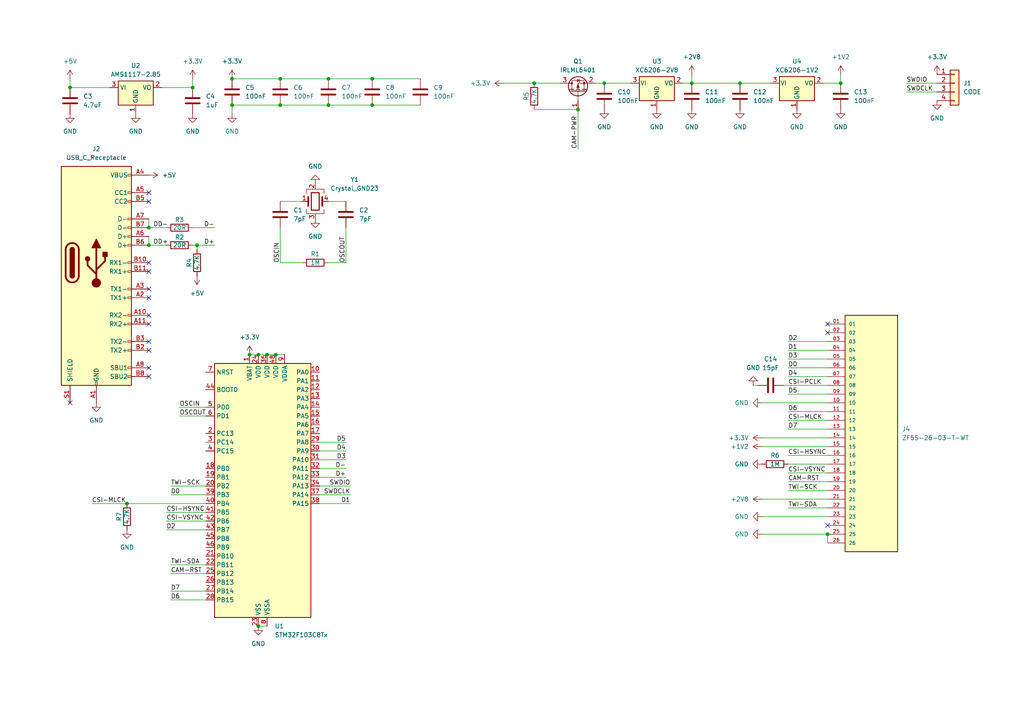
<source format=kicad_sch>
(kicad_sch (version 20231120) (generator "eeschema") (generator_version "8.0")
  (paper "A4")
  (lib_symbols
    (symbol "Connector:USB_C_Receptacle" (pin_names (offset 1.016))
      (property "Reference" "J" (at -10.16 29.21 0))
      (property "Value" "USB_C_Receptacle" (at 10.16 29.21 0))
      (symbol "USB_C_Receptacle_0_0"
        (rectangle (start -0.254 -35.56) (end 0.254 -34.544))
        (rectangle (start 10.16 -32.766) (end 9.144 -33.274))
        (rectangle (start 10.16 -30.226) (end 9.144 -30.734))
        (rectangle (start 10.16 -25.146) (end 9.144 -25.654))
        (rectangle (start 10.16 -22.606) (end 9.144 -23.114))
        (rectangle (start 10.16 -17.526) (end 9.144 -18.034))
        (rectangle (start 10.16 -14.986) (end 9.144 -15.494))
        (rectangle (start 10.16 -9.906) (end 9.144 -10.414))
        (rectangle (start 10.16 -7.366) (end 9.144 -7.874))
        (rectangle (start 10.16 -2.286) (end 9.144 -2.794))
        (rectangle (start 10.16 0.254) (end 9.144 -0.254))
        (rectangle (start 10.16 5.334) (end 9.144 4.826))
        (rectangle (start 10.16 7.874) (end 9.144 7.366))
        (rectangle (start 10.16 10.414) (end 9.144 9.906))
        (rectangle (start 10.16 12.954) (end 9.144 12.446))
        (rectangle (start 10.16 18.034) (end 9.144 17.526))
        (rectangle (start 10.16 20.574) (end 9.144 20.066))
        (rectangle (start 10.16 25.654) (end 9.144 25.146))
      )
      (symbol "USB_C_Receptacle_0_1"
        (rectangle (start -10.16 27.94) (end 10.16 -35.56) (stroke (width 0.254)) (fill (type background)))
        (arc (start -8.89 -3.81) (mid -6.985 -5.7067) (end -5.08 -3.81) (stroke (width 0.508)))
        (arc (start -7.62 -3.81) (mid -6.985 -4.4423) (end -6.35 -3.81) (stroke (width 0.254)))
        (arc (start -7.62 -3.81) (mid -6.985 -4.4423) (end -6.35 -3.81) (stroke (width 0.254)) (fill (type outline)))
        (rectangle (start -7.62 -3.81) (end -6.35 3.81) (stroke (width 0.254)) (fill (type outline)))
        (arc (start -6.35 3.81) (mid -6.985 4.4423) (end -7.62 3.81) (stroke (width 0.254)))
        (arc (start -6.35 3.81) (mid -6.985 4.4423) (end -7.62 3.81) (stroke (width 0.254)) (fill (type outline)))
        (arc (start -5.08 3.81) (mid -6.985 5.7067) (end -8.89 3.81) (stroke (width 0.508)))
        (polyline (pts (xy -8.89 -3.81) (xy -8.89 3.81)) (stroke (width 0.508)))
        (polyline (pts (xy -5.08 3.81) (xy -5.08 -3.81)) (stroke (width 0.508)))
      )
      (symbol "USB_C_Receptacle_1_1"
        (circle (center -2.54 1.143) (radius 0.635) (stroke (width 0.254)) (fill (type outline)))
        (circle (center 0 -5.842) (radius 1.27) (fill (type outline)))
        (polyline (pts (xy 0 -5.842) (xy 0 4.318)) (stroke (width 0.508)))
        (polyline (pts (xy 0 -3.302) (xy -2.54 -0.762) (xy -2.54 0.508)) (stroke (width 0.508)))
        (polyline (pts (xy 0 -2.032) (xy 2.54 0.508) (xy 2.54 1.778)) (stroke (width 0.508)))
        (polyline (pts (xy -1.27 4.318) (xy 0 6.858) (xy 1.27 4.318) (xy -1.27 4.318)) (stroke (width 0.254)) (fill (type outline)))
        (rectangle (start 1.905 1.778) (end 3.175 3.048) (stroke (width 0.254)) (fill (type outline)))
        (pin passive line (at 0 -40.64 90) (length 5.08) (name "GND") (number "A1"))
        (pin bidirectional line (at 15.24 -15.24 180) (length 5.08) (name "RX2-") (number "A10"))
        (pin bidirectional line (at 15.24 -17.78 180) (length 5.08) (name "RX2+") (number "A11"))
        (pin passive line (at 0 -40.64 90) (length 5.08) hide (name "GND") (number "A12"))
        (pin bidirectional line (at 15.24 -10.16 180) (length 5.08) (name "TX1+") (number "A2"))
        (pin bidirectional line (at 15.24 -7.62 180) (length 5.08) (name "TX1-") (number "A3"))
        (pin passive line (at 15.24 25.4 180) (length 5.08) (name "VBUS") (number "A4"))
        (pin bidirectional line (at 15.24 20.32 180) (length 5.08) (name "CC1") (number "A5"))
        (pin bidirectional line (at 15.24 7.62 180) (length 5.08) (name "D+") (number "A6"))
        (pin bidirectional line (at 15.24 12.7 180) (length 5.08) (name "D-") (number "A7"))
        (pin bidirectional line (at 15.24 -30.48 180) (length 5.08) (name "SBU1") (number "A8"))
        (pin passive line (at 15.24 25.4 180) (length 5.08) hide (name "VBUS") (number "A9"))
        (pin passive line (at 0 -40.64 90) (length 5.08) hide (name "GND") (number "B1"))
        (pin bidirectional line (at 15.24 0 180) (length 5.08) (name "RX1-") (number "B10"))
        (pin bidirectional line (at 15.24 -2.54 180) (length 5.08) (name "RX1+") (number "B11"))
        (pin passive line (at 0 -40.64 90) (length 5.08) hide (name "GND") (number "B12"))
        (pin bidirectional line (at 15.24 -25.4 180) (length 5.08) (name "TX2+") (number "B2"))
        (pin bidirectional line (at 15.24 -22.86 180) (length 5.08) (name "TX2-") (number "B3"))
        (pin passive line (at 15.24 25.4 180) (length 5.08) hide (name "VBUS") (number "B4"))
        (pin bidirectional line (at 15.24 17.78 180) (length 5.08) (name "CC2") (number "B5"))
        (pin bidirectional line (at 15.24 5.08 180) (length 5.08) (name "D+") (number "B6"))
        (pin bidirectional line (at 15.24 10.16 180) (length 5.08) (name "D-") (number "B7"))
        (pin bidirectional line (at 15.24 -33.02 180) (length 5.08) (name "SBU2") (number "B8"))
        (pin passive line (at 15.24 25.4 180) (length 5.08) hide (name "VBUS") (number "B9"))
        (pin passive line (at -7.62 -40.64 90) (length 5.08) (name "SHIELD") (number "S1"))
      )
    )
    (symbol "Connector_Generic:Conn_01x04" (pin_names (offset 1.016) hide)
      (property "Reference" "J" (at 0 5.08 0))
      (property "Value" "Conn_01x04" (at 0 -7.62 0))
      (symbol "Conn_01x04_1_1"
        (rectangle (start -1.27 -4.953) (end 0 -5.207) (stroke (width 0.1524)))
        (rectangle (start -1.27 -2.413) (end 0 -2.667) (stroke (width 0.1524)))
        (rectangle (start -1.27 0.127) (end 0 -0.127) (stroke (width 0.1524)))
        (rectangle (start -1.27 2.667) (end 0 2.413) (stroke (width 0.1524)))
        (rectangle (start -1.27 3.81) (end 1.27 -6.35) (stroke (width 0.254)) (fill (type background)))
        (pin passive line (at -5.08 2.54 0) (length 3.81) (name "Pin_1") (number "1"))
        (pin passive line (at -5.08 0 0) (length 3.81) (name "Pin_2") (number "2"))
        (pin passive line (at -5.08 -2.54 0) (length 3.81) (name "Pin_3") (number "3"))
        (pin passive line (at -5.08 -5.08 0) (length 3.81) (name "Pin_4") (number "4"))
      )
    )
    (symbol "Device:C" (pin_numbers hide) (pin_names (offset 0.254))
      (property "Reference" "C" (at 0.635 2.54 0))
      (property "Value" "C" (at 0.635 -2.54 0))
      (symbol "C_0_1"
        (polyline (pts (xy -2.032 -0.762) (xy 2.032 -0.762)) (stroke (width 0.508)))
        (polyline (pts (xy -2.032 0.762) (xy 2.032 0.762)) (stroke (width 0.508)))
      )
      (symbol "C_1_1"
        (pin passive line (at 0 3.81 270) (length 2.794) (name "~") (number "1"))
        (pin passive line (at 0 -3.81 90) (length 2.794) (name "~") (number "2"))
      )
    )
    (symbol "Device:Crystal_GND23" (pin_names (offset 1.016) hide)
      (property "Reference" "Y" (at 3.175 5.08 0))
      (property "Value" "Crystal_GND23" (at 3.175 3.175 0))
      (symbol "Crystal_GND23_0_1"
        (rectangle (start -1.143 2.54) (end 1.143 -2.54) (stroke (width 0.3048)))
        (polyline (pts (xy -2.54 0) (xy -2.032 0)))
        (polyline (pts (xy -2.032 -1.27) (xy -2.032 1.27)) (stroke (width 0.508)))
        (polyline (pts (xy 0 -3.81) (xy 0 -3.556)))
        (polyline (pts (xy 0 3.556) (xy 0 3.81)))
        (polyline (pts (xy 2.032 -1.27) (xy 2.032 1.27)) (stroke (width 0.508)))
        (polyline (pts (xy 2.032 0) (xy 2.54 0)))
        (polyline (pts (xy -2.54 -2.286) (xy -2.54 -3.556) (xy 2.54 -3.556) (xy 2.54 -2.286)))
        (polyline (pts (xy -2.54 2.286) (xy -2.54 3.556) (xy 2.54 3.556) (xy 2.54 2.286)))
      )
      (symbol "Crystal_GND23_1_1"
        (pin passive line (at -3.81 0 0) (length 1.27) (name "1") (number "1"))
        (pin passive line (at 0 5.08 270) (length 1.27) (name "2") (number "2"))
        (pin passive line (at 0 -5.08 90) (length 1.27) (name "3") (number "3"))
        (pin passive line (at 3.81 0 180) (length 1.27) (name "4") (number "4"))
      )
    )
    (symbol "Device:R" (pin_numbers hide) (pin_names (offset 0))
      (property "Reference" "R" (at 2.032 0 90))
      (property "Value" "R" (at 0 0 90))
      (symbol "R_0_1"
        (rectangle (start -1.016 -2.54) (end 1.016 2.54) (stroke (width 0.254)))
      )
      (symbol "R_1_1"
        (pin passive line (at 0 3.81 270) (length 1.27) (name "~") (number "1"))
        (pin passive line (at 0 -3.81 90) (length 1.27) (name "~") (number "2"))
      )
    )
    (symbol "MCU_ST_STM32F1:STM32F103C8Tx"
      (property "Reference" "U" (at -12.7 39.37 0))
      (property "Value" "STM32F103C8Tx" (at 10.16 39.37 0))
      (symbol "STM32F103C8Tx_0_1"
        (rectangle (start -12.7 -35.56) (end 15.24 38.1) (stroke (width 0.254)) (fill (type background)))
      )
      (symbol "STM32F103C8Tx_1_1"
        (pin power_in line (at -2.54 40.64 270) (length 2.54) (name "VBAT") (number "1"))
        (pin bidirectional line (at 17.78 35.56 180) (length 2.54) (name "PA0") (number "10"))
        (pin bidirectional line (at 17.78 33.02 180) (length 2.54) (name "PA1") (number "11"))
        (pin bidirectional line (at 17.78 30.48 180) (length 2.54) (name "PA2") (number "12"))
        (pin bidirectional line (at 17.78 27.94 180) (length 2.54) (name "PA3") (number "13"))
        (pin bidirectional line (at 17.78 25.4 180) (length 2.54) (name "PA4") (number "14"))
        (pin bidirectional line (at 17.78 22.86 180) (length 2.54) (name "PA5") (number "15"))
        (pin bidirectional line (at 17.78 20.32 180) (length 2.54) (name "PA6") (number "16"))
        (pin bidirectional line (at 17.78 17.78 180) (length 2.54) (name "PA7") (number "17"))
        (pin bidirectional line (at -15.24 7.62 0) (length 2.54) (name "PB0") (number "18"))
        (pin bidirectional line (at -15.24 5.08 0) (length 2.54) (name "PB1") (number "19"))
        (pin bidirectional line (at -15.24 17.78 0) (length 2.54) (name "PC13") (number "2"))
        (pin bidirectional line (at -15.24 2.54 0) (length 2.54) (name "PB2") (number "20"))
        (pin bidirectional line (at -15.24 -17.78 0) (length 2.54) (name "PB10") (number "21"))
        (pin bidirectional line (at -15.24 -20.32 0) (length 2.54) (name "PB11") (number "22"))
        (pin power_in line (at 0 -38.1 90) (length 2.54) (name "VSS") (number "23"))
        (pin power_in line (at 0 40.64 270) (length 2.54) (name "VDD") (number "24"))
        (pin bidirectional line (at -15.24 -22.86 0) (length 2.54) (name "PB12") (number "25"))
        (pin bidirectional line (at -15.24 -25.4 0) (length 2.54) (name "PB13") (number "26"))
        (pin bidirectional line (at -15.24 -27.94 0) (length 2.54) (name "PB14") (number "27"))
        (pin bidirectional line (at -15.24 -30.48 0) (length 2.54) (name "PB15") (number "28"))
        (pin bidirectional line (at 17.78 15.24 180) (length 2.54) (name "PA8") (number "29"))
        (pin bidirectional line (at -15.24 15.24 0) (length 2.54) (name "PC14") (number "3"))
        (pin bidirectional line (at 17.78 12.7 180) (length 2.54) (name "PA9") (number "30"))
        (pin bidirectional line (at 17.78 10.16 180) (length 2.54) (name "PA10") (number "31"))
        (pin bidirectional line (at 17.78 7.62 180) (length 2.54) (name "PA11") (number "32"))
        (pin bidirectional line (at 17.78 5.08 180) (length 2.54) (name "PA12") (number "33"))
        (pin bidirectional line (at 17.78 2.54 180) (length 2.54) (name "PA13") (number "34"))
        (pin passive line (at 0 -38.1 90) (length 2.54) hide (name "VSS") (number "35"))
        (pin power_in line (at 2.54 40.64 270) (length 2.54) (name "VDD") (number "36"))
        (pin bidirectional line (at 17.78 0 180) (length 2.54) (name "PA14") (number "37"))
        (pin bidirectional line (at 17.78 -2.54 180) (length 2.54) (name "PA15") (number "38"))
        (pin bidirectional line (at -15.24 0 0) (length 2.54) (name "PB3") (number "39"))
        (pin bidirectional line (at -15.24 12.7 0) (length 2.54) (name "PC15") (number "4"))
        (pin bidirectional line (at -15.24 -2.54 0) (length 2.54) (name "PB4") (number "40"))
        (pin bidirectional line (at -15.24 -5.08 0) (length 2.54) (name "PB5") (number "41"))
        (pin bidirectional line (at -15.24 -7.62 0) (length 2.54) (name "PB6") (number "42"))
        (pin bidirectional line (at -15.24 -10.16 0) (length 2.54) (name "PB7") (number "43"))
        (pin input line (at -15.24 30.48 0) (length 2.54) (name "BOOT0") (number "44"))
        (pin bidirectional line (at -15.24 -12.7 0) (length 2.54) (name "PB8") (number "45"))
        (pin bidirectional line (at -15.24 -15.24 0) (length 2.54) (name "PB9") (number "46"))
        (pin passive line (at 0 -38.1 90) (length 2.54) hide (name "VSS") (number "47"))
        (pin power_in line (at 5.08 40.64 270) (length 2.54) (name "VDD") (number "48"))
        (pin bidirectional line (at -15.24 25.4 0) (length 2.54) (name "PD0") (number "5"))
        (pin bidirectional line (at -15.24 22.86 0) (length 2.54) (name "PD1") (number "6"))
        (pin input line (at -15.24 35.56 0) (length 2.54) (name "NRST") (number "7"))
        (pin power_in line (at 2.54 -38.1 90) (length 2.54) (name "VSSA") (number "8"))
        (pin power_in line (at 7.62 40.64 270) (length 2.54) (name "VDDA") (number "9"))
      )
    )
    (symbol "Regulator_Linear:AMS1117-2.85"
      (property "Reference" "U" (at -3.81 3.175 0))
      (property "Value" "AMS1117-2.85" (at 0 3.175 0))
      (symbol "AMS1117-2.85_0_1"
        (rectangle (start -5.08 -5.08) (end 5.08 1.905) (stroke (width 0.254)) (fill (type background)))
      )
      (symbol "AMS1117-2.85_1_1"
        (pin power_in line (at 0 -7.62 90) (length 2.54) (name "GND") (number "1"))
        (pin power_out line (at 7.62 0 180) (length 2.54) (name "VO") (number "2"))
        (pin power_in line (at -7.62 0 0) (length 2.54) (name "VI") (number "3"))
      )
    )
    (symbol "Regulator_Linear:XC6206PxxxMR" (pin_names (offset 0.254))
      (property "Reference" "U" (at -3.81 3.175 0))
      (property "Value" "XC6206PxxxMR" (at 0 3.175 0))
      (symbol "XC6206PxxxMR_0_1"
        (rectangle (start -5.08 1.905) (end 5.08 -5.08) (stroke (width 0.254)) (fill (type background)))
      )
      (symbol "XC6206PxxxMR_1_1"
        (pin power_in line (at 0 -7.62 90) (length 2.54) (name "GND") (number "1"))
        (pin power_out line (at 7.62 0 180) (length 2.54) (name "VO") (number "2"))
        (pin power_in line (at -7.62 0 0) (length 2.54) (name "VI") (number "3"))
      )
    )
    (symbol "Transistor_FET:IRLML6401" (pin_names hide)
      (property "Reference" "Q" (at 5.08 1.905 0))
      (property "Value" "IRLML6401" (at 5.08 0 0))
      (symbol "IRLML6401_0_1"
        (polyline (pts (xy 0.254 0) (xy -2.54 0)))
        (polyline (pts (xy 0.254 1.905) (xy 0.254 -1.905)) (stroke (width 0.254)))
        (polyline (pts (xy 0.762 -1.27) (xy 0.762 -2.286)) (stroke (width 0.254)))
        (polyline (pts (xy 0.762 0.508) (xy 0.762 -0.508)) (stroke (width 0.254)))
        (polyline (pts (xy 0.762 2.286) (xy 0.762 1.27)) (stroke (width 0.254)))
        (polyline (pts (xy 2.54 2.54) (xy 2.54 1.778)))
        (polyline (pts (xy 2.54 -2.54) (xy 2.54 0) (xy 0.762 0)))
        (polyline (pts (xy 0.762 1.778) (xy 3.302 1.778) (xy 3.302 -1.778) (xy 0.762 -1.778)))
        (polyline (pts (xy 2.286 0) (xy 1.27 0.381) (xy 1.27 -0.381) (xy 2.286 0)) (fill (type outline)))
        (polyline (pts (xy 2.794 -0.508) (xy 2.921 -0.381) (xy 3.683 -0.381) (xy 3.81 -0.254)))
        (polyline (pts (xy 3.302 -0.381) (xy 2.921 0.254) (xy 3.683 0.254) (xy 3.302 -0.381)))
        (circle (center 1.651 0) (radius 2.794) (stroke (width 0.254)))
        (circle (center 2.54 -1.778) (radius 0.254) (fill (type outline)))
        (circle (center 2.54 1.778) (radius 0.254) (fill (type outline)))
      )
      (symbol "IRLML6401_1_1"
        (pin input line (at -5.08 0 0) (length 2.54) (name "G") (number "1"))
        (pin passive line (at 2.54 -5.08 90) (length 2.54) (name "S") (number "2"))
        (pin passive line (at 2.54 5.08 270) (length 2.54) (name "D") (number "3"))
      )
    )
    (symbol "ZF5S-26-03-T-WT:ZF5S-26-03-T-WT" (pin_names (offset 1.016))
      (property "Reference" "J" (at -8.12 34.136 0))
      (property "Value" "ZF5S-26-03-T-WT" (at -7.62 -38.1 0))
      (symbol "ZF5S-26-03-T-WT_0_0"
        (rectangle (start -7.62 -35.56) (end 7.62 33.02) (stroke (width 0.254)) (fill (type background)))
        (pin passive line (at -12.7 30.48 0) (length 5.08) (name "01") (number "01"))
        (pin passive line (at -12.7 27.94 0) (length 5.08) (name "02") (number "02"))
        (pin passive line (at -12.7 25.4 0) (length 5.08) (name "03") (number "03"))
        (pin passive line (at -12.7 22.86 0) (length 5.08) (name "04") (number "04"))
        (pin passive line (at -12.7 20.32 0) (length 5.08) (name "05") (number "05"))
        (pin passive line (at -12.7 17.78 0) (length 5.08) (name "06") (number "06"))
        (pin passive line (at -12.7 15.24 0) (length 5.08) (name "07") (number "07"))
        (pin passive line (at -12.7 12.7 0) (length 5.08) (name "08") (number "08"))
        (pin passive line (at -12.7 10.16 0) (length 5.08) (name "09") (number "09"))
        (pin passive line (at -12.7 7.62 0) (length 5.08) (name "10") (number "10"))
        (pin passive line (at -12.7 5.08 0) (length 5.08) (name "11") (number "11"))
        (pin passive line (at -12.7 2.54 0) (length 5.08) (name "12") (number "12"))
        (pin passive line (at -12.7 0 0) (length 5.08) (name "13") (number "13"))
        (pin passive line (at -12.7 -2.54 0) (length 5.08) (name "14") (number "14"))
        (pin passive line (at -12.7 -5.08 0) (length 5.08) (name "15") (number "15"))
        (pin passive line (at -12.7 -7.62 0) (length 5.08) (name "16") (number "16"))
        (pin passive line (at -12.7 -10.16 0) (length 5.08) (name "17") (number "17"))
        (pin passive line (at -12.7 -12.7 0) (length 5.08) (name "18") (number "18"))
        (pin passive line (at -12.7 -15.24 0) (length 5.08) (name "19") (number "19"))
        (pin passive line (at -12.7 -17.78 0) (length 5.08) (name "20") (number "20"))
        (pin passive line (at -12.7 -20.32 0) (length 5.08) (name "21") (number "21"))
        (pin passive line (at -12.7 -22.86 0) (length 5.08) (name "22") (number "22"))
        (pin passive line (at -12.7 -25.4 0) (length 5.08) (name "23") (number "23"))
        (pin passive line (at -12.7 -27.94 0) (length 5.08) (name "24") (number "24"))
        (pin passive line (at -12.7 -30.48 0) (length 5.08) (name "25") (number "25"))
        (pin passive line (at -12.7 -33.02 0) (length 5.08) (name "26") (number "26"))
      )
    )
    (symbol "power:+1V2" (power) (pin_numbers hide) (pin_names (offset 0) hide)
      (property "Value" "+1V2" (at 0 3.556 0))
      (symbol "+1V2_0_1"
        (polyline (pts (xy -0.762 1.27) (xy 0 2.54)))
        (polyline (pts (xy 0 0) (xy 0 2.54)))
        (polyline (pts (xy 0 2.54) (xy 0.762 1.27)))
      )
      (symbol "+1V2_1_1"
        (pin power_in line (at 0 0 90) (length 0) (name "~") (number "1"))
      )
    )
    (symbol "power:+2V8" (power) (pin_numbers hide) (pin_names (offset 0) hide)
      (property "Value" "+2V8" (at 0 3.556 0))
      (symbol "+2V8_0_1"
        (polyline (pts (xy -0.762 1.27) (xy 0 2.54)))
        (polyline (pts (xy 0 0) (xy 0 2.54)))
        (polyline (pts (xy 0 2.54) (xy 0.762 1.27)))
      )
      (symbol "+2V8_1_1"
        (pin power_in line (at 0 0 90) (length 0) (name "~") (number "1"))
      )
    )
    (symbol "power:+3.3V" (power) (pin_numbers hide) (pin_names (offset 0) hide)
      (property "Value" "+3.3V" (at 0 3.556 0))
      (symbol "+3.3V_0_1"
        (polyline (pts (xy -0.762 1.27) (xy 0 2.54)))
        (polyline (pts (xy 0 0) (xy 0 2.54)))
        (polyline (pts (xy 0 2.54) (xy 0.762 1.27)))
      )
      (symbol "+3.3V_1_1"
        (pin power_in line (at 0 0 90) (length 0) (name "~") (number "1"))
      )
    )
    (symbol "power:+5V" (power) (pin_numbers hide) (pin_names (offset 0) hide)
      (property "Value" "+5V" (at 0 3.556 0))
      (symbol "+5V_0_1"
        (polyline (pts (xy -0.762 1.27) (xy 0 2.54)))
        (polyline (pts (xy 0 0) (xy 0 2.54)))
        (polyline (pts (xy 0 2.54) (xy 0.762 1.27)))
      )
      (symbol "+5V_1_1"
        (pin power_in line (at 0 0 90) (length 0) (name "~") (number "1"))
      )
    )
    (symbol "power:GND" (power) (pin_numbers hide) (pin_names (offset 0) hide)
      (property "Value" "GND" (at 0 -3.81 0))
      (symbol "GND_0_1"
        (polyline (pts (xy 0 0) (xy 0 -1.27) (xy 1.27 -1.27) (xy 0 -2.54) (xy -1.27 -1.27) (xy 0 -1.27)))
      )
      (symbol "GND_1_1"
        (pin power_in line (at 0 0 270) (length 0) (name "~") (number "1"))
      )
    )
  )
  (junction (at 74.93 181.61))
  (junction (at 240.03 154.94))
  (junction (at 55.88 25.4))
  (junction (at 36.83 146.05))
  (junction (at 167.64 31.75))
  (junction (at 200.66 24.13))
  (junction (at 95.25 30.48))
  (junction (at 43.18 71.12))
  (junction (at 72.39 102.87))
  (junction (at 214.63 24.13))
  (junction (at 81.28 30.48))
  (junction (at 67.31 22.86))
  (junction (at 175.26 24.13))
  (junction (at 107.95 30.48))
  (junction (at 57.15 71.12))
  (junction (at 154.94 24.13))
  (junction (at 95.25 22.86))
  (junction (at 20.32 25.4))
  (junction (at 43.18 66.04))
  (junction (at 80.01 102.87))
  (junction (at 243.84 24.13))
  (junction (at 77.47 102.87))
  (junction (at 74.93 102.87))
  (junction (at 67.31 30.48))
  (junction (at 107.95 22.86))
  (junction (at 81.28 22.86))
  (no_connect (at 43.18 78.74))
  (no_connect (at 43.18 86.36))
  (no_connect (at 240.03 96.52))
  (no_connect (at 43.18 83.82))
  (no_connect (at 240.03 152.4))
  (no_connect (at 43.18 91.44))
  (no_connect (at 43.18 58.42))
  (no_connect (at 43.18 55.88))
  (no_connect (at 43.18 106.68))
  (no_connect (at 20.32 116.84))
  (no_connect (at 43.18 76.2))
  (no_connect (at 240.03 93.98))
  (no_connect (at 43.18 99.06))
  (no_connect (at 43.18 109.22))
  (no_connect (at 43.18 93.98))
  (no_connect (at 43.18 101.6))
  (wire (pts (xy 48.26 148.59) (xy 59.69 148.59)))
  (wire (pts (xy 92.71 128.27) (xy 100.33 128.27)))
  (wire (pts (xy 81.28 30.48) (xy 95.25 30.48)))
  (wire (pts (xy 228.6 104.14) (xy 240.03 104.14)))
  (wire (pts (xy 55.88 22.86) (xy 55.88 25.4)))
  (wire (pts (xy 52.07 120.65) (xy 59.69 120.65)))
  (wire (pts (xy 228.6 137.16) (xy 240.03 137.16)))
  (wire (pts (xy 81.28 66.04) (xy 81.28 76.2)))
  (wire (pts (xy 74.93 102.87) (xy 77.47 102.87)))
  (wire (pts (xy 57.15 72.39) (xy 57.15 71.12)))
  (wire (pts (xy 228.6 114.3) (xy 240.03 114.3)))
  (wire (pts (xy 262.89 26.67) (xy 271.78 26.67)))
  (wire (pts (xy 92.71 143.51) (xy 101.6 143.51)))
  (wire (pts (xy 67.31 22.86) (xy 81.28 22.86)))
  (wire (pts (xy 43.18 63.5) (xy 43.18 66.04)))
  (wire (pts (xy 262.89 24.13) (xy 271.78 24.13)))
  (wire (pts (xy 48.26 151.13) (xy 59.69 151.13)))
  (wire (pts (xy 20.32 22.86) (xy 20.32 25.4)))
  (wire (pts (xy 167.64 31.75) (xy 167.64 43.18)))
  (wire (pts (xy 107.95 30.48) (xy 121.92 30.48)))
  (wire (pts (xy 55.88 66.04) (xy 62.23 66.04)))
  (wire (pts (xy 228.6 147.32) (xy 240.03 147.32)))
  (wire (pts (xy 55.88 71.12) (xy 57.15 71.12)))
  (wire (pts (xy 92.71 135.89) (xy 100.33 135.89)))
  (wire (pts (xy 46.99 25.4) (xy 55.88 25.4)))
  (wire (pts (xy 228.6 99.06) (xy 240.03 99.06)))
  (wire (pts (xy 198.12 24.13) (xy 200.66 24.13)))
  (wire (pts (xy 95.25 58.42) (xy 100.33 58.42)))
  (wire (pts (xy 80.01 102.87) (xy 82.55 102.87)))
  (wire (pts (xy 43.18 71.12) (xy 48.26 71.12)))
  (wire (pts (xy 95.25 22.86) (xy 107.95 22.86)))
  (wire (pts (xy 43.18 68.58) (xy 43.18 71.12)))
  (wire (pts (xy 154.94 31.75) (xy 167.64 31.75)))
  (wire (pts (xy 81.28 22.86) (xy 95.25 22.86)))
  (wire (pts (xy 49.53 171.45) (xy 59.69 171.45)))
  (wire (pts (xy 92.71 146.05) (xy 101.6 146.05)))
  (wire (pts (xy 74.93 181.61) (xy 77.47 181.61)))
  (wire (pts (xy 228.6 106.68) (xy 240.03 106.68)))
  (wire (pts (xy 57.15 71.12) (xy 62.23 71.12)))
  (wire (pts (xy 49.53 166.37) (xy 59.69 166.37)))
  (wire (pts (xy 92.71 138.43) (xy 100.33 138.43)))
  (wire (pts (xy 228.6 121.92) (xy 240.03 121.92)))
  (wire (pts (xy 228.6 139.7) (xy 240.03 139.7)))
  (wire (pts (xy 49.53 163.83) (xy 59.69 163.83)))
  (wire (pts (xy 81.28 58.42) (xy 87.63 58.42)))
  (wire (pts (xy 228.6 119.38) (xy 240.03 119.38)))
  (wire (pts (xy 20.32 25.4) (xy 31.75 25.4)))
  (wire (pts (xy 49.53 173.99) (xy 59.69 173.99)))
  (wire (pts (xy 36.83 146.05) (xy 59.69 146.05)))
  (wire (pts (xy 146.05 24.13) (xy 154.94 24.13)))
  (wire (pts (xy 49.53 143.51) (xy 59.69 143.51)))
  (wire (pts (xy 92.71 140.97) (xy 101.6 140.97)))
  (wire (pts (xy 48.26 153.67) (xy 59.69 153.67)))
  (wire (pts (xy 238.76 24.13) (xy 243.84 24.13)))
  (wire (pts (xy 107.95 22.86) (xy 121.92 22.86)))
  (wire (pts (xy 67.31 30.48) (xy 81.28 30.48)))
  (wire (pts (xy 220.98 116.84) (xy 240.03 116.84)))
  (wire (pts (xy 172.72 24.13) (xy 175.26 24.13)))
  (wire (pts (xy 92.71 130.81) (xy 100.33 130.81)))
  (wire (pts (xy 43.18 66.04) (xy 48.26 66.04)))
  (wire (pts (xy 220.98 149.86) (xy 240.03 149.86)))
  (wire (pts (xy 228.6 142.24) (xy 240.03 142.24)))
  (wire (pts (xy 95.25 76.2) (xy 100.33 76.2)))
  (wire (pts (xy 175.26 24.13) (xy 182.88 24.13)))
  (wire (pts (xy 220.98 144.78) (xy 240.03 144.78)))
  (wire (pts (xy 49.53 140.97) (xy 59.69 140.97)))
  (wire (pts (xy 26.67 146.05) (xy 36.83 146.05)))
  (wire (pts (xy 95.25 30.48) (xy 107.95 30.48)))
  (wire (pts (xy 220.98 129.54) (xy 240.03 129.54)))
  (wire (pts (xy 52.07 118.11) (xy 59.69 118.11)))
  (wire (pts (xy 220.98 154.94) (xy 240.03 154.94)))
  (wire (pts (xy 200.66 24.13) (xy 214.63 24.13)))
  (wire (pts (xy 227.33 111.76) (xy 240.03 111.76)))
  (wire (pts (xy 219.71 111.76) (xy 218.44 111.76)))
  (wire (pts (xy 100.33 66.04) (xy 100.33 76.2)))
  (wire (pts (xy 77.47 102.87) (xy 80.01 102.87)))
  (wire (pts (xy 228.6 132.08) (xy 240.03 132.08)))
  (wire (pts (xy 220.98 127) (xy 240.03 127)))
  (wire (pts (xy 67.31 33.02) (xy 67.31 30.48)))
  (wire (pts (xy 228.6 109.22) (xy 240.03 109.22)))
  (wire (pts (xy 228.6 124.46) (xy 240.03 124.46)))
  (wire (pts (xy 154.94 24.13) (xy 162.56 24.13)))
  (wire (pts (xy 87.63 76.2) (xy 81.28 76.2)))
  (wire (pts (xy 214.63 24.13) (xy 223.52 24.13)))
  (wire (pts (xy 240.03 154.94) (xy 240.03 157.48)))
  (wire (pts (xy 200.66 21.59) (xy 200.66 24.13)))
  (wire (pts (xy 228.6 134.62) (xy 240.03 134.62)))
  (wire (pts (xy 92.71 133.35) (xy 100.33 133.35)))
  (wire (pts (xy 243.84 21.59) (xy 243.84 24.13)))
  (wire (pts (xy 228.6 101.6) (xy 240.03 101.6)))
  (wire (pts (xy 72.39 102.87) (xy 74.93 102.87)))
  (label "D0" (at 228.6 106.68 0))
  (label "D+" (at 100.33 138.43 180))
  (label "D6" (at 228.6 119.38 0))
  (label "D-" (at 100.33 135.89 180))
  (label "D2" (at 228.6 99.06 0))
  (label "D4" (at 228.6 109.22 0))
  (label "CSI-MLCK" (at 228.6 121.92 0))
  (label "TWI-SCK" (at 228.6 142.24 0))
  (label "D5" (at 100.33 128.27 180))
  (label "D0" (at 49.53 143.51 0))
  (label "SWDIO" (at 101.6 140.97 180))
  (label "D+" (at 62.23 71.12 180))
  (label "CSI-VSYNC" (at 48.26 151.13 0))
  (label "CSI-PCLK" (at 228.6 111.76 0))
  (label "CSI-HSYNC" (at 228.6 132.08 0))
  (label "TWI-SCK" (at 49.53 140.97 0))
  (label "D1" (at 228.6 101.6 0))
  (label "OSCIN" (at 52.07 118.11 0))
  (label "OSCOUT" (at 52.07 120.65 0))
  (label "D7" (at 228.6 124.46 0))
  (label "DD+" (at 44.45 71.12 0))
  (label "OSCOUT" (at 100.33 76.2 90))
  (label "D2" (at 48.26 153.67 0))
  (label "TWI-SDA" (at 228.6 147.32 0))
  (label "D5" (at 228.6 114.3 0))
  (label "CSI-HSYNC" (at 48.26 148.59 0))
  (label "OSCIN" (at 81.28 76.2 90))
  (label "DD-" (at 44.45 66.04 0))
  (label "D6" (at 49.53 173.99 0))
  (label "CAM-RST" (at 49.53 166.37 0))
  (label "SWDCLK" (at 262.89 26.67 0))
  (label "D3" (at 100.33 133.35 180))
  (label "TWI-SDA" (at 49.53 163.83 0))
  (label "D7" (at 49.53 171.45 0))
  (label "D1" (at 101.6 146.05 180))
  (label "D-" (at 62.23 66.04 180))
  (label "CAM-RST" (at 228.6 139.7 0))
  (label "SWDIO" (at 262.89 24.13 0))
  (label "SWDCLK" (at 101.6 143.51 180))
  (label "D4" (at 100.33 130.81 180))
  (label "CAM-PWR" (at 167.64 43.18 90))
  (label "CSI-VSYNC" (at 228.6 137.16 0))
  (label "CSI-MLCK" (at 26.67 146.05 0))
  (label "D3" (at 228.6 104.14 0))
  (symbol (lib_id "power:GND") (at 220.98 134.62 270) (unit 1)
    (property "Reference" "#PWR032" (effects (hide yes)))
    (property "Value" "GND" (at 217.17 134.6199 90) (effects (justify right)))
    (property "Description" "Power symbol creates a global label with name \"GND\" , ground" (effects (hide yes)))
  )
  (symbol (lib_id "Device:C") (at 100.33 62.23 0) (unit 1)
    (property "Reference" "C2" (at 104.14 60.9599 0) (effects (justify left)))
    (property "Value" "7pF" (at 104.14 63.4999 0) (effects (justify left)))
    (property "Footprint" "Capacitor_SMD:C_0402_1005Metric" (effects (hide yes)))
    (property "Description" "Unpolarized capacitor" (effects (hide yes)))
  )
  (symbol (lib_id "power:GND") (at 20.32 33.02 0) (unit 1)
    (property "Reference" "#PWR011" (effects (hide yes)))
    (property "Value" "GND" (at 20.32 38.1 0))
    (property "Description" "Power symbol creates a global label with name \"GND\" , ground" (effects (hide yes)))
  )
  (symbol (lib_id "Device:C") (at 81.28 26.67 0) (unit 1)
    (property "Reference" "C6" (at 85.09 25.3999 0) (effects (justify left)))
    (property "Value" "100nF" (at 85.09 27.9399 0) (effects (justify left)))
    (property "Footprint" "Capacitor_SMD:C_0402_1005Metric" (effects (hide yes)))
    (property "Description" "Unpolarized capacitor" (effects (hide yes)))
  )
  (symbol (lib_id "Device:C") (at 223.52 111.76 90) (unit 1)
    (property "Reference" "C14" (at 223.52 104.14 90))
    (property "Value" "15pF" (at 223.52 106.68 90))
    (property "Footprint" "Capacitor_SMD:C_0402_1005Metric" (effects (hide yes)))
    (property "Description" "Unpolarized capacitor" (effects (hide yes)))
  )
  (symbol (lib_id "Device:C") (at 95.25 26.67 0) (unit 1)
    (property "Reference" "C7" (at 99.06 25.3999 0) (effects (justify left)))
    (property "Value" "100nF" (at 99.06 27.9399 0) (effects (justify left)))
    (property "Footprint" "Capacitor_SMD:C_0402_1005Metric" (effects (hide yes)))
    (property "Description" "Unpolarized capacitor" (effects (hide yes)))
  )
  (symbol (lib_id "Device:R") (at 36.83 149.86 180) (unit 1)
    (property "Reference" "R7" (at 34.544 149.86 90))
    (property "Value" "4.7K" (at 36.83 149.86 90))
    (property "Footprint" "Resistor_SMD:R_0402_1005Metric" (effects (hide yes)))
    (property "Description" "Resistor" (effects (hide yes)))
  )
  (symbol (lib_id "Device:C") (at 200.66 27.94 0) (unit 1)
    (property "Reference" "C11" (at 204.47 26.6699 0) (effects (justify left)))
    (property "Value" "100nF" (at 204.47 29.2099 0) (effects (justify left)))
    (property "Footprint" "Capacitor_SMD:C_0402_1005Metric" (effects (hide yes)))
    (property "Description" "Unpolarized capacitor" (effects (hide yes)))
  )
  (symbol (lib_id "Device:R") (at 91.44 76.2 90) (unit 1)
    (property "Reference" "R1" (at 91.44 73.66 90))
    (property "Value" "1M" (at 91.44 76.2 90))
    (property "Footprint" "Resistor_SMD:R_0402_1005Metric" (effects (hide yes)))
    (property "Description" "Resistor" (effects (hide yes)))
  )
  (symbol (lib_id "power:GND") (at 220.98 116.84 270) (unit 1)
    (property "Reference" "#PWR017" (effects (hide yes)))
    (property "Value" "GND" (at 217.17 116.8399 90) (effects (justify right)))
    (property "Description" "Power symbol creates a global label with name \"GND\" , ground" (effects (hide yes)))
  )
  (symbol (lib_id "Device:Crystal_GND23") (at 91.44 58.42 0) (unit 1)
    (property "Reference" "Y1" (at 102.87 52.1014 0))
    (property "Value" "Crystal_GND23" (at 102.87 54.6414 0))
    (property "Footprint" "Crystal:Crystal_SMD_SeikoEpson_FA128-4Pin_2.0x1.6mm" (effects (hide yes)))
    (property "Description" "Four pin crystal, GND on pins 2 and 3" (effects (hide yes)))
  )
  (symbol (lib_id "power:GND") (at 214.63 31.75 0) (unit 1)
    (property "Reference" "#PWR023" (effects (hide yes)))
    (property "Value" "GND" (at 214.63 36.83 0))
    (property "Description" "Power symbol creates a global label with name \"GND\" , ground" (effects (hide yes)))
  )
  (symbol (lib_id "power:GND") (at 36.83 153.67 0) (unit 1)
    (property "Reference" "#PWR034" (effects (hide yes)))
    (property "Value" "GND" (at 36.83 158.75 0))
    (property "Description" "Power symbol creates a global label with name \"GND\" , ground" (effects (hide yes)))
  )
  (symbol (lib_id "Regulator_Linear:XC6206PxxxMR") (at 231.14 24.13 0) (unit 1)
    (property "Reference" "U4" (at 231.14 17.78 0))
    (property "Value" "XC6206-1V2" (at 231.14 20.32 0))
    (property "Footprint" "Package_TO_SOT_SMD:SOT-23-3" (effects (hide yes)))
    (property "Datasheet" "https://www.torexsemi.com/file/xc6206/XC6206.pdf" (effects (hide yes)))
    (property "Description" "Positive 60-250mA Low Dropout Regulator, Fixed Output, SOT-23" (effects (hide yes)))
  )
  (symbol (lib_id "Regulator_Linear:AMS1117-2.85") (at 39.37 25.4 0) (unit 1)
    (property "Reference" "U2" (at 39.37 19.05 0))
    (property "Value" "AMS1117-2.85" (at 39.37 21.59 0))
    (property "Footprint" "Package_TO_SOT_SMD:SOT-223-3_TabPin2" (effects (hide yes)))
    (property "Datasheet" "http://www.advanced-monolithic.com/pdf/ds1117.pdf" (effects (hide yes)))
    (property "Description" "1A Low Dropout regulator, positive, 2.85V fixed output, SOT-223" (effects (hide yes)))
  )
  (symbol (lib_id "power:+5V") (at 57.15 80.01 180) (unit 1)
    (property "Reference" "#PWR07" (effects (hide yes)))
    (property "Value" "+5V" (at 57.15 85.09 0))
    (property "Description" "Power symbol creates a global label with name \"+5V\"" (effects (hide yes)))
  )
  (symbol (lib_id "power:GND") (at 243.84 31.75 0) (unit 1)
    (property "Reference" "#PWR021" (effects (hide yes)))
    (property "Value" "GND" (at 243.84 36.83 0))
    (property "Description" "Power symbol creates a global label with name \"GND\" , ground" (effects (hide yes)))
  )
  (symbol (lib_id "power:GND") (at 74.93 181.61 0) (unit 1)
    (property "Reference" "#PWR03" (effects (hide yes)))
    (property "Value" "GND" (at 74.93 186.69 0))
    (property "Description" "Power symbol creates a global label with name \"GND\" , ground" (effects (hide yes)))
  )
  (symbol (lib_id "power:GND") (at 220.98 149.86 270) (unit 1)
    (property "Reference" "#PWR018" (effects (hide yes)))
    (property "Value" "GND" (at 217.17 149.8599 90) (effects (justify right)))
    (property "Description" "Power symbol creates a global label with name \"GND\" , ground" (effects (hide yes)))
  )
  (symbol (lib_id "power:+3.3V") (at 146.05 24.13 90) (unit 1)
    (property "Reference" "#PWR020" (effects (hide yes)))
    (property "Value" "+3.3V" (at 142.24 24.1299 90) (effects (justify left)))
    (property "Description" "Power symbol creates a global label with name \"+3.3V\"" (effects (hide yes)))
  )
  (symbol (lib_id "Device:C") (at 214.63 27.94 0) (unit 1)
    (property "Reference" "C12" (at 218.44 26.6699 0) (effects (justify left)))
    (property "Value" "100nF" (at 218.44 29.2099 0) (effects (justify left)))
    (property "Footprint" "Capacitor_SMD:C_0402_1005Metric" (effects (hide yes)))
    (property "Description" "Unpolarized capacitor" (effects (hide yes)))
  )
  (symbol (lib_id "power:GND") (at 91.44 53.34 180) (unit 1)
    (property "Reference" "#PWR02" (effects (hide yes)))
    (property "Value" "GND" (at 91.44 48.26 0))
    (property "Description" "Power symbol creates a global label with name \"GND\" , ground" (effects (hide yes)))
  )
  (symbol (lib_id "power:GND") (at 175.26 31.75 0) (unit 1)
    (property "Reference" "#PWR026" (effects (hide yes)))
    (property "Value" "GND" (at 175.26 36.83 0))
    (property "Description" "Power symbol creates a global label with name \"GND\" , ground" (effects (hide yes)))
  )
  (symbol (lib_id "power:GND") (at 91.44 63.5 0) (unit 1)
    (property "Reference" "#PWR01" (effects (hide yes)))
    (property "Value" "GND" (at 91.44 68.58 0))
    (property "Description" "Power symbol creates a global label with name \"GND\" , ground" (effects (hide yes)))
  )
  (symbol (lib_id "power:+3.3V") (at 55.88 22.86 0) (unit 1)
    (property "Reference" "#PWR013" (effects (hide yes)))
    (property "Value" "+3.3V" (at 55.88 17.78 0))
    (property "Description" "Power symbol creates a global label with name \"+3.3V\"" (effects (hide yes)))
  )
  (symbol (lib_id "Device:C") (at 20.32 29.21 0) (unit 1)
    (property "Reference" "C3" (at 24.13 27.9399 0) (effects (justify left)))
    (property "Value" "4.7uF" (at 24.13 30.4799 0) (effects (justify left)))
    (property "Footprint" "Capacitor_SMD:C_0402_1005Metric" (effects (hide yes)))
    (property "Description" "Unpolarized capacitor" (effects (hide yes)))
  )
  (symbol (lib_id "power:GND") (at 220.98 154.94 270) (unit 1)
    (property "Reference" "#PWR019" (effects (hide yes)))
    (property "Value" "GND" (at 217.17 154.9399 90) (effects (justify right)))
    (property "Description" "Power symbol creates a global label with name \"GND\" , ground" (effects (hide yes)))
  )
  (symbol (lib_id "power:+2V8") (at 200.66 21.59 0) (unit 1)
    (property "Reference" "#PWR027" (effects (hide yes)))
    (property "Value" "+2V8" (at 200.66 16.51 0))
    (property "Description" "Power symbol creates a global label with name \"+2V8\"" (effects (hide yes)))
  )
  (symbol (lib_id "power:+5V") (at 43.18 50.8 270) (unit 1)
    (property "Reference" "#PWR08" (effects (hide yes)))
    (property "Value" "+5V" (at 46.99 50.7999 90) (effects (justify left)))
    (property "Description" "Power symbol creates a global label with name \"+5V\"" (effects (hide yes)))
  )
  (symbol (lib_id "Device:R") (at 52.07 71.12 90) (unit 1)
    (property "Reference" "R2" (at 52.07 68.834 90))
    (property "Value" "20R" (at 52.07 71.12 90))
    (property "Footprint" "Resistor_SMD:R_0402_1005Metric" (effects (hide yes)))
    (property "Description" "Resistor" (effects (hide yes)))
  )
  (symbol (lib_id "power:GND") (at 271.78 29.21 0) (unit 1)
    (property "Reference" "#PWR06" (effects (hide yes)))
    (property "Value" "GND" (at 271.78 34.29 0))
    (property "Description" "Power symbol creates a global label with name \"GND\" , ground" (effects (hide yes)))
  )
  (symbol (lib_id "power:GND") (at 55.88 33.02 0) (unit 1)
    (property "Reference" "#PWR010" (effects (hide yes)))
    (property "Value" "GND" (at 55.88 38.1 0))
    (property "Description" "Power symbol creates a global label with name \"GND\" , ground" (effects (hide yes)))
  )
  (symbol (lib_id "Device:C") (at 243.84 27.94 0) (unit 1)
    (property "Reference" "C13" (at 247.65 26.6699 0) (effects (justify left)))
    (property "Value" "100nF" (at 247.65 29.2099 0) (effects (justify left)))
    (property "Footprint" "Capacitor_SMD:C_0402_1005Metric" (effects (hide yes)))
    (property "Description" "Unpolarized capacitor" (effects (hide yes)))
  )
  (symbol (lib_id "power:+5V") (at 20.32 22.86 0) (unit 1)
    (property "Reference" "#PWR012" (effects (hide yes)))
    (property "Value" "+5V" (at 20.32 17.78 0))
    (property "Description" "Power symbol creates a global label with name \"+5V\"" (effects (hide yes)))
  )
  (symbol (lib_id "power:GND") (at 67.31 33.02 0) (unit 1)
    (property "Reference" "#PWR015" (effects (hide yes)))
    (property "Value" "GND" (at 67.31 38.1 0))
    (property "Description" "Power symbol creates a global label with name \"GND\" , ground" (effects (hide yes)))
  )
  (symbol (lib_id "power:GND") (at 39.37 33.02 0) (unit 1)
    (property "Reference" "#PWR09" (effects (hide yes)))
    (property "Value" "GND" (at 39.37 38.1 0))
    (property "Description" "Power symbol creates a global label with name \"GND\" , ground" (effects (hide yes)))
  )
  (symbol (lib_id "power:+2V8") (at 220.98 144.78 90) (unit 1)
    (property "Reference" "#PWR029" (effects (hide yes)))
    (property "Value" "+2V8" (at 217.17 144.7799 90) (effects (justify left)))
    (property "Description" "Power symbol creates a global label with name \"+2V8\"" (effects (hide yes)))
  )
  (symbol (lib_id "Device:C") (at 107.95 26.67 0) (unit 1)
    (property "Reference" "C8" (at 111.76 25.3999 0) (effects (justify left)))
    (property "Value" "100nF" (at 111.76 27.9399 0) (effects (justify left)))
    (property "Footprint" "Capacitor_SMD:C_0402_1005Metric" (effects (hide yes)))
    (property "Description" "Unpolarized capacitor" (effects (hide yes)))
  )
  (symbol (lib_id "Device:R") (at 154.94 27.94 180) (unit 1)
    (property "Reference" "R5" (at 152.654 27.94 90))
    (property "Value" "4.7K" (at 154.94 27.94 90))
    (property "Footprint" "Resistor_SMD:R_0402_1005Metric" (effects (hide yes)))
    (property "Description" "Resistor" (effects (hide yes)))
  )
  (symbol (lib_id "Device:R") (at 52.07 66.04 90) (unit 1)
    (property "Reference" "R3" (at 52.07 63.754 90))
    (property "Value" "20R" (at 52.07 66.04 90))
    (property "Footprint" "Resistor_SMD:R_0402_1005Metric" (effects (hide yes)))
    (property "Description" "Resistor" (effects (hide yes)))
  )
  (symbol (lib_id "Device:C") (at 55.88 29.21 0) (unit 1)
    (property "Reference" "C4" (at 59.69 27.9399 0) (effects (justify left)))
    (property "Value" "1uF" (at 59.69 30.4799 0) (effects (justify left)))
    (property "Footprint" "Capacitor_SMD:C_0402_1005Metric" (effects (hide yes)))
    (property "Description" "Unpolarized capacitor" (effects (hide yes)))
  )
  (symbol (lib_id "power:+3.3V") (at 220.98 127 90) (unit 1)
    (property "Reference" "#PWR031" (effects (hide yes)))
    (property "Value" "+3.3V" (at 217.17 126.9999 90) (effects (justify left)))
    (property "Description" "Power symbol creates a global label with name \"+3.3V\"" (effects (hide yes)))
  )
  (symbol (lib_id "ZF5S-26-03-T-WT:ZF5S-26-03-T-WT") (at 252.73 124.46 0) (unit 1)
    (property "Reference" "J4" (at 261.62 124.4599 0) (effects (justify left)))
    (property "Value" "ZF5S-26-03-T-WT" (at 261.62 126.9999 0) (effects (justify left)))
    (property "Footprint" "CAMERA-CONNECTOR-MOD:SAMTEC_ZF5S-26-03-T-WT" (effects (hide yes)))
    (property "MF" "Samtec" (effects (hide yes)))
    (property "Description_1" "\n                        \n                            26 Position FFC Connector Contacts, Vertical - 1 Sided 0.020 (0.50mm) Surface Mount\n                        \n" (effects (hide yes)))
    (property "Package" "None" (effects (hide yes)))
    (property "Price" "None" (effects (hide yes)))
    (property "Check_prices" "https://www.snapeda.com/parts/ZF5S-26-03-T-WT/Samtec/view-part/?ref=eda" (effects (hide yes)))
    (property "SnapEDA_Link" "https://www.snapeda.com/parts/ZF5S-26-03-T-WT/Samtec/view-part/?ref=snap" (effects (hide yes)))
    (property "MP" "ZF5S-26-03-T-WT" (effects (hide yes)))
    (property "Availability" "In Stock" (effects (hide yes)))
    (property "MANUFACTURER" "SAMTEC" (effects (hide yes)))
  )
  (symbol (lib_id "power:+1V2") (at 243.84 21.59 0) (unit 1)
    (property "Reference" "#PWR028" (effects (hide yes)))
    (property "Value" "+1V2" (at 243.84 16.51 0))
    (property "Description" "Power symbol creates a global label with name \"+1V2\"" (effects (hide yes)))
  )
  (symbol (lib_id "power:+1V2") (at 220.98 129.54 90) (unit 1)
    (property "Reference" "#PWR030" (effects (hide yes)))
    (property "Value" "+1V2" (at 217.17 129.5399 90) (effects (justify left)))
    (property "Description" "Power symbol creates a global label with name \"+1V2\"" (effects (hide yes)))
  )
  (symbol (lib_id "Device:C") (at 175.26 27.94 0) (unit 1)
    (property "Reference" "C10" (at 179.07 26.6699 0) (effects (justify left)))
    (property "Value" "100nF" (at 179.07 29.2099 0) (effects (justify left)))
    (property "Footprint" "Capacitor_SMD:C_0402_1005Metric" (effects (hide yes)))
    (property "Description" "Unpolarized capacitor" (effects (hide yes)))
  )
  (symbol (lib_id "power:GND") (at 190.5 31.75 0) (unit 1)
    (property "Reference" "#PWR025" (effects (hide yes)))
    (property "Value" "GND" (at 190.5 36.83 0))
    (property "Description" "Power symbol creates a global label with name \"GND\" , ground" (effects (hide yes)))
  )
  (symbol (lib_id "Device:R") (at 57.15 76.2 180) (unit 1)
    (property "Reference" "R4" (at 54.864 76.2 90))
    (property "Value" "4.7K" (at 57.15 76.2 90))
    (property "Footprint" "Resistor_SMD:R_0402_1005Metric" (effects (hide yes)))
    (property "Description" "Resistor" (effects (hide yes)))
  )
  (symbol (lib_id "Device:R") (at 224.79 134.62 90) (unit 1)
    (property "Reference" "R6" (at 224.79 132.08 90))
    (property "Value" "1M" (at 224.79 134.62 90))
    (property "Footprint" "Resistor_SMD:R_0402_1005Metric" (effects (hide yes)))
    (property "Description" "Resistor" (effects (hide yes)))
  )
  (symbol (lib_id "power:+3.3V") (at 72.39 102.87 0) (unit 1)
    (property "Reference" "#PWR04" (effects (hide yes)))
    (property "Value" "+3.3V" (at 72.39 97.79 0))
    (property "Description" "Power symbol creates a global label with name \"+3.3V\"" (effects (hide yes)))
  )
  (symbol (lib_id "power:GND") (at 231.14 31.75 0) (unit 1)
    (property "Reference" "#PWR022" (effects (hide yes)))
    (property "Value" "GND" (at 231.14 36.83 0))
    (property "Description" "Power symbol creates a global label with name \"GND\" , ground" (effects (hide yes)))
  )
  (symbol (lib_id "Device:C") (at 81.28 62.23 0) (unit 1)
    (property "Reference" "C1" (at 85.09 60.9599 0) (effects (justify left)))
    (property "Value" "7pF" (at 85.09 63.4999 0) (effects (justify left)))
    (property "Footprint" "Capacitor_SMD:C_0402_1005Metric" (effects (hide yes)))
    (property "Description" "Unpolarized capacitor" (effects (hide yes)))
  )
  (symbol (lib_id "Regulator_Linear:XC6206PxxxMR") (at 190.5 24.13 0) (unit 1)
    (property "Reference" "U3" (at 190.5 17.78 0))
    (property "Value" "XC6206-2V8" (at 190.5 20.32 0))
    (property "Footprint" "Package_TO_SOT_SMD:SOT-23-3" (effects (hide yes)))
    (property "Datasheet" "https://www.torexsemi.com/file/xc6206/XC6206.pdf" (effects (hide yes)))
    (property "Description" "Positive 60-250mA Low Dropout Regulator, Fixed Output, SOT-23" (effects (hide yes)))
  )
  (symbol (lib_id "Transistor_FET:IRLML6401") (at 167.64 26.67 90) (unit 1)
    (property "Reference" "Q1" (at 167.64 17.78 90))
    (property "Value" "IRLML6401" (at 167.64 20.32 90))
    (property "Footprint" "Package_TO_SOT_SMD:SOT-23" (effects (hide yes)))
    (property "Datasheet" "https://www.infineon.com/dgdl/irlml6401pbf.pdf?fileId=5546d462533600a401535668b96d2634" (effects (hide yes)))
    (property "Description" "-4.3A Id, -12V Vds, 50mOhm Rds, P-Channel HEXFET Power MOSFET, SOT-23" (effects (hide yes)))
  )
  (symbol (lib_id "power:+3.3V") (at 271.78 21.59 0) (unit 1)
    (property "Reference" "#PWR05" (effects (hide yes)))
    (property "Value" "+3.3V" (at 271.78 16.51 0))
    (property "Description" "Power symbol creates a global label with name \"+3.3V\"" (effects (hide yes)))
  )
  (symbol (lib_id "Connector_Generic:Conn_01x04") (at 276.86 24.13 0) (unit 1)
    (property "Reference" "J1" (at 279.4 24.1299 0) (effects (justify left)))
    (property "Value" "CODE" (at 279.4 26.6699 0) (effects (justify left)))
    (property "Footprint" "Connector_PinHeader_2.54mm:PinHeader_1x04_P2.54mm_Vertical" (effects (hide yes)))
    (property "Description" "Generic connector, single row, 01x04, script generated (kicad-library-utils/schlib/autogen/connector/)" (effects (hide yes)))
  )
  (symbol (lib_id "MCU_ST_STM32F1:STM32F103C8Tx") (at 74.93 143.51 0) (unit 1)
    (property "Reference" "U1" (at 79.6641 181.61 0) (effects (justify left)))
    (property "Value" "STM32F103C8Tx" (at 79.6641 184.15 0) (effects (justify left)))
    (property "Footprint" "Package_QFP:LQFP-48_7x7mm_P0.5mm" (effects (hide yes)))
    (property "Datasheet" "https://www.st.com/resource/en/datasheet/stm32f103c8.pdf" (effects (hide yes)))
    (property "Description" "STMicroelectronics Arm Cortex-M3 MCU, 64KB flash, 20KB RAM, 72 MHz, 2.0-3.6V, 37 GPIO, LQFP48" (effects (hide yes)))
  )
  (symbol (lib_id "Connector:USB_C_Receptacle") (at 27.94 76.2 0) (unit 1)
    (property "Reference" "J2" (at 27.94 43.18 0))
    (property "Value" "USB_C_Receptacle" (at 27.94 45.72 0))
    (property "Footprint" "Connector_USB:USB_C_Receptacle_JAE_DX07S024WJ3R400" (effects (hide yes)))
    (property "Datasheet" "https://www.usb.org/sites/default/files/documents/usb_type-c.zip" (effects (hide yes)))
    (property "Description" "USB Full-Featured Type-C Receptacle connector" (effects (hide yes)))
  )
  (symbol (lib_id "Device:C") (at 121.92 26.67 0) (unit 1)
    (property "Reference" "C9" (at 125.73 25.3999 0) (effects (justify left)))
    (property "Value" "100nF" (at 125.73 27.9399 0) (effects (justify left)))
    (property "Footprint" "Capacitor_SMD:C_0402_1005Metric" (effects (hide yes)))
    (property "Description" "Unpolarized capacitor" (effects (hide yes)))
  )
  (symbol (lib_id "power:+3.3V") (at 67.31 22.86 0) (unit 1)
    (property "Reference" "#PWR014" (effects (hide yes)))
    (property "Value" "+3.3V" (at 67.31 17.78 0))
    (property "Description" "Power symbol creates a global label with name \"+3.3V\"" (effects (hide yes)))
  )
  (symbol (lib_id "Device:C") (at 67.31 26.67 0) (unit 1)
    (property "Reference" "C5" (at 71.12 25.3999 0) (effects (justify left)))
    (property "Value" "100nF" (at 71.12 27.9399 0) (effects (justify left)))
    (property "Footprint" "Capacitor_SMD:C_0402_1005Metric" (effects (hide yes)))
    (property "Description" "Unpolarized capacitor" (effects (hide yes)))
  )
  (symbol (lib_id "power:GND") (at 200.66 31.75 0) (unit 1)
    (property "Reference" "#PWR024" (effects (hide yes)))
    (property "Value" "GND" (at 200.66 36.83 0))
    (property "Description" "Power symbol creates a global label with name \"GND\" , ground" (effects (hide yes)))
  )
  (symbol (lib_id "power:GND") (at 27.94 116.84 0) (unit 1)
    (property "Reference" "#PWR016" (effects (hide yes)))
    (property "Value" "GND" (at 27.94 121.92 0))
    (property "Description" "Power symbol creates a global label with name \"GND\" , ground" (effects (hide yes)))
  )
  (symbol (lib_id "power:GND") (at 218.44 111.76 180) (unit 1)
    (property "Reference" "#PWR033" (effects (hide yes)))
    (property "Value" "GND" (at 218.44 106.68 0))
    (property "Description" "Power symbol creates a global label with name \"GND\" , ground" (effects (hide yes)))
  )
)
</source>
